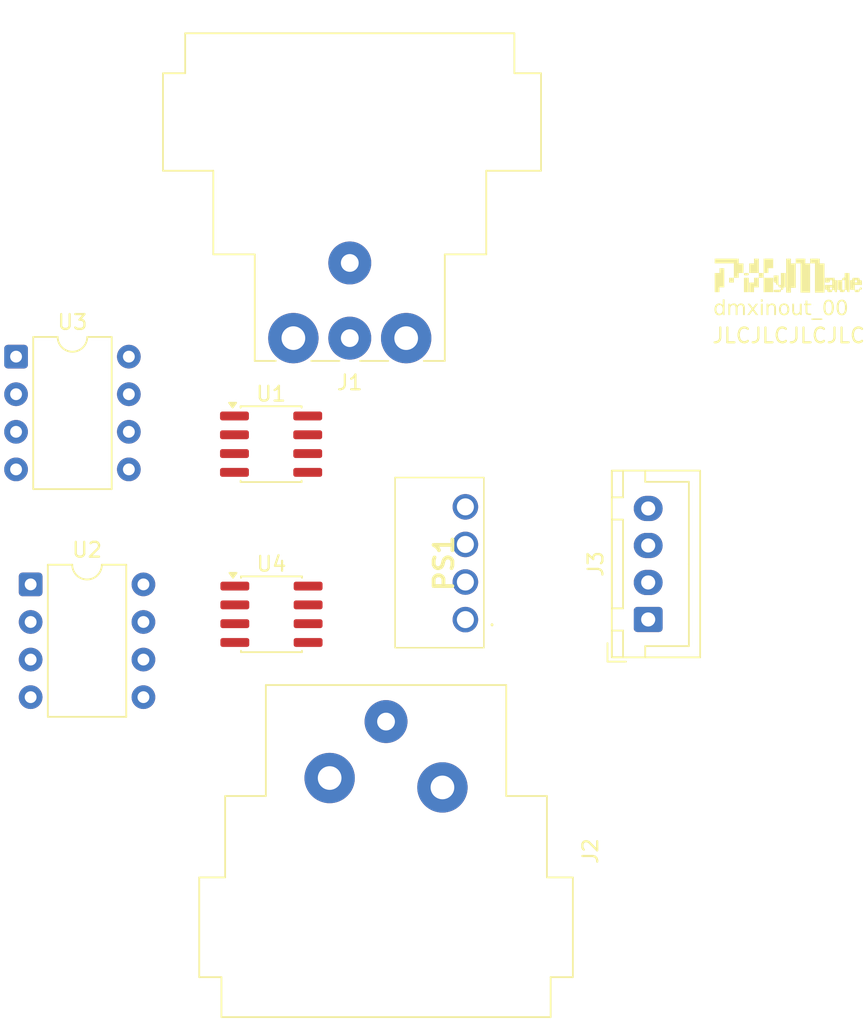
<source format=kicad_pcb>
(kicad_pcb (version 20241229) (generator "pcbnew") (generator_version "9.0")
  (layers (0 "F.Cu" signal) (2 "B.Cu" signal) (13 "F.Paste" user) (15 "B.Paste" user) (5 "F.SilkS" user "F.Silkscreen") (7 "B.SilkS" user "B.Silkscreen") (1 "F.Mask" user) (3 "B.Mask" user) (25 "Edge.Cuts" user))
  (net 0 "")
  (net 1 "Earth")
  (net 2 "IN_DATAMINUS")
  (net 3 "IN_DATAPLUS")
  (net 4 "OUT_DATAPLUS")
  (net 5 "OUT_DATAMINUS")
  (net 6 "MCU_DMX_IN")
  (net 7 "+5V_IN")
  (net 8 "MCU_DMX_OUT")
  (net 9 "GND_IN")
  (net 10 "+5V")
  (net 11 "GND")
  (net 12 "IN_DATATTL")
  (net 14 "Net-(U2-C)")
  (net 17 "Net-(U3-C)")
  (footprint "Connector_JST:JST_XH_B4B-XH-A_1x04_P2.50mm_Vertical" (layer "F.Cu") (at 186.85 73.2 90)
    (property "Reference" "J3" (at 3.75 -3.550001 90) (layer "F.SilkS"))
    (property "Value" "Conn_01x04")
    (fp_line (start -1.6 -2.75) (end -2.85 -2.75) (stroke (width 0.12)) (layer "F.SilkS"))
    (fp_line (start -2.85 -2.75) (end -2.85 -1.5) (stroke (width 0.12)) (layer "F.SilkS"))
    (fp_line (start 10.05 -0.2) (end 9.3 -0.199999) (stroke (width 0.12)) (layer "F.SilkS"))
    (fp_line (start -1.8 -0.2) (end -1.8 2.75) (stroke (width 0.12)) (layer "F.SilkS"))
    (fp_line (start -2.55 -0.2) (end -1.8 -0.2) (stroke (width 0.12)) (layer "F.SilkS"))
    (fp_line (start 9.3 -0.199999) (end 9.3 2.75) (stroke (width 0.12)) (layer "F.SilkS"))
    (fp_line (start 9.3 2.75) (end 3.75 2.75) (stroke (width 0.12)) (layer "F.SilkS"))
    (fp_line (start -1.8 2.75) (end 3.75 2.75) (stroke (width 0.12)) (layer "F.SilkS"))
    (fp_poly (pts (xy -2.56 -2.46) (xy 10.06 -2.46) (xy 10.06 3.51) (xy -2.56 3.51)) (stroke (width 0.12)) (fill no) (layer "F.SilkS"))
    (fp_poly (pts (xy 8.25 -2.450001) (xy 10.05 -2.45) (xy 10.05 -1.7) (xy 8.249999 -1.7)) (stroke (width 0.12)) (fill no) (layer "F.SilkS"))
    (fp_poly (pts (xy 0.75 -2.450001) (xy 6.75 -2.45) (xy 6.75 -1.7) (xy 0.750001 -1.7)) (stroke (width 0.12)) (fill no) (layer "F.SilkS"))
    (fp_poly (pts (xy -2.55 -2.45) (xy -0.75 -2.450001) (xy -0.750001 -1.7) (xy -2.55 -1.7)) (stroke (width 0.12)) (fill no) (layer "F.SilkS"))
    (pad "1" thru_hole roundrect (at 0 0 90) (size 1.7 1.95) (drill 0.95) (layers "*.Cu" "*.Mask") (roundrect_rratio 0.147059) (net 9 "GND_IN"))
    (pad "2" thru_hole oval (at 2.5 0 90) (size 1.7 1.95) (drill 0.95) (layers "*.Cu" "*.Mask") (net 7 "+5V_IN"))
    (pad "3" thru_hole oval (at 5 0 90) (size 1.7 1.95) (drill 0.95) (layers "*.Cu" "*.Mask") (net 6 "MCU_DMX_IN"))
    (pad "4" thru_hole oval (at 7.5 0 90) (size 1.7 1.95) (drill 0.95) (layers "*.Cu" "*.Mask") (net 8 "MCU_DMX_OUT"))
  )
  (footprint "Package_DIP:DIP-8_W7.62mm" (layer "F.Cu") (at 144.145 55.44)
    (property "Reference" "U3" (at 3.81 -2.33 0) (layer "F.SilkS"))
    (property "Value" "6N137")
    (fp_line (start 1.16 -1.33) (end 1.16 8.95) (stroke (width 0.12)) (layer "F.SilkS"))
    (fp_line (start 1.16 8.95) (end 6.46 8.95) (stroke (width 0.12)) (layer "F.SilkS"))
    (fp_line (start 2.81 -1.33) (end 1.16 -1.33) (stroke (width 0.12)) (layer "F.SilkS"))
    (fp_line (start 6.46 -1.33) (end 4.81 -1.33) (stroke (width 0.12)) (layer "F.SilkS"))
    (fp_line (start 6.46 8.95) (end 6.46 -1.33) (stroke (width 0.12)) (layer "F.SilkS"))
    (fp_arc (start 4.81 -1.33) (mid 3.81 -0.33) (end 2.81 -1.33) (stroke (width 0.12)) (layer "F.SilkS"))
    (pad "1" thru_hole roundrect (at 0 0) (size 1.6 1.6) (drill 0.8) (layers "*.Cu" "*.Mask") (roundrect_rratio 0.15625))
    (pad "2" thru_hole circle (at 0 2.54) (size 1.6 1.6) (drill 0.8) (layers "*.Cu" "*.Mask") (net 7 "+5V_IN"))
    (pad "3" thru_hole circle (at 0 5.08) (size 1.6 1.6) (drill 0.8) (layers "*.Cu" "*.Mask") (net 17 "Net-(U3-C)"))
    (pad "4" thru_hole circle (at 0 7.62) (size 1.6 1.6) (drill 0.8) (layers "*.Cu" "*.Mask"))
    (pad "5" thru_hole circle (at 7.62 7.62) (size 1.6 1.6) (drill 0.8) (layers "*.Cu" "*.Mask") (net 11 "GND"))
    (pad "6" thru_hole circle (at 7.62 5.08) (size 1.6 1.6) (drill 0.8) (layers "*.Cu" "*.Mask") (net 12 "IN_DATATTL"))
    (pad "7" thru_hole circle (at 7.62 2.54) (size 1.6 1.6) (drill 0.8) (layers "*.Cu" "*.Mask") (net 10 "+5V"))
    (pad "8" thru_hole circle (at 7.62 0) (size 1.6 1.6) (drill 0.8) (layers "*.Cu" "*.Mask") (net 10 "+5V"))
  )
  (footprint "SamacSys:RFM0505S" (layer "F.Cu") (at 174.5 73.21 90)
    (property "Reference" "PS1" (at 3.81 -1.45 90) (layer "F.SilkS") (effects (font (size 1.27 1.27) (thickness 0.254))))
    (property "Value" "RFM-0505S" (hide yes))
    (fp_line (start 9.6 -4.75) (end 9.6 1.25) (stroke (width 0.1)) (layer "F.SilkS"))
    (fp_line (start -1.9 -4.75) (end 9.6 -4.75) (stroke (width 0.1)) (layer "F.SilkS"))
    (fp_line (start 9.6 1.25) (end -1.9 1.25) (stroke (width 0.1)) (layer "F.SilkS"))
    (fp_line (start -1.9 1.25) (end -1.9 -4.75) (stroke (width 0.1)) (layer "F.SilkS"))
    (fp_line (start -0.3 1.8) (end -0.3 1.8) (stroke (width 0.1)) (layer "F.SilkS"))
    (fp_line (start -0.4 1.8) (end -0.4 1.8) (stroke (width 0.1)) (layer "F.SilkS"))
    (fp_arc (start -0.3 1.8) (mid -0.35 1.85) (end -0.4 1.8) (stroke (width 0.1)) (layer "F.SilkS"))
    (fp_arc (start -0.4 1.8) (mid -0.35 1.75) (end -0.3 1.8) (stroke (width 0.1)) (layer "F.SilkS"))
    (pad "1" thru_hole circle (at 0 0 90) (size 1.725 1.725) (drill 1.15) (layers "*.Cu" "*.Mask") (net 9 "GND_IN"))
    (pad "2" thru_hole circle (at 2.54 0 90) (size 1.725 1.725) (drill 1.15) (layers "*.Cu" "*.Mask") (net 7 "+5V_IN"))
    (pad "3" thru_hole circle (at 5.08 0 90) (size 1.725 1.725) (drill 1.15) (layers "*.Cu" "*.Mask") (net 11 "GND"))
    (pad "4" thru_hole circle (at 7.62 0 90) (size 1.725 1.725) (drill 1.15) (layers "*.Cu" "*.Mask") (net 10 "+5V"))
  )
  (footprint "Package_SO:SOIC-8_3.9x4.9mm_P1.27mm" (layer "F.Cu") (at 161.375 61.355)
    (property "Reference" "U1" (at 0 -3.4 0) (layer "F.SilkS"))
    (property "Value" "SN75176AD")
    (fp_line (start -2.06 -2.56) (end 2.06 -2.56) (stroke (width 0.12)) (layer "F.SilkS"))
    (fp_line (start -2.06 -2.465) (end -2.06 -2.56) (stroke (width 0.12)) (layer "F.SilkS"))
    (fp_line (start -2.06 2.56) (end -2.06 2.465) (stroke (width 0.12)) (layer "F.SilkS"))
    (fp_line (start 2.06 -2.56) (end 2.06 -2.465) (stroke (width 0.12)) (layer "F.SilkS"))
    (fp_line (start 2.06 2.465) (end 2.06 2.56) (stroke (width 0.12)) (layer "F.SilkS"))
    (fp_line (start 2.06 2.56) (end -2.06 2.56) (stroke (width 0.12)) (layer "F.SilkS"))
    (fp_poly (pts (xy -2.6 -2.47) (xy -2.84 -2.8) (xy -2.36 -2.8)) (stroke (width 0.12)) (fill yes) (layer "F.SilkS"))
    (pad "1" smd roundrect (at -2.475 -1.905) (size 1.95 0.6) (layers "F.Cu" "F.Mask" "F.Paste") (net 12 "IN_DATATTL"))
    (pad "2" smd roundrect (at -2.475 -0.635) (size 1.95 0.6) (layers "F.Cu" "F.Mask" "F.Paste") (net 11 "GND"))
    (pad "3" smd roundrect (at -2.475 0.635) (size 1.95 0.6) (layers "F.Cu" "F.Mask" "F.Paste") (net 11 "GND"))
    (pad "4" smd roundrect (at -2.475 1.905) (size 1.95 0.6) (layers "F.Cu" "F.Mask" "F.Paste") (net 11 "GND"))
    (pad "5" smd roundrect (at 2.475 1.905) (size 1.95 0.6) (layers "F.Cu" "F.Mask" "F.Paste") (net 11 "GND"))
    (pad "6" smd roundrect (at 2.475 0.635) (size 1.95 0.6) (layers "F.Cu" "F.Mask" "F.Paste") (net 3 "IN_DATAPLUS"))
    (pad "7" smd roundrect (at 2.475 -0.635) (size 1.95 0.6) (layers "F.Cu" "F.Mask" "F.Paste") (net 2 "IN_DATAMINUS"))
    (pad "8" smd roundrect (at 2.475 -1.905) (size 1.95 0.6) (layers "F.Cu" "F.Mask" "F.Paste") (net 10 "+5V"))
  )
  (footprint "Connector_Audio:Jack_XLR_Neutrik_NC3FAAH_Horizontal" (layer "F.Cu") (at 172.95 84.55 -90)
    (property "Reference" "J2" (at 4.3 -10 90) (layer "F.SilkS"))
    (property "Value" "NC3FAAH")
    (fp_line (start 6.08 16.43) (end 6.08 14.68) (stroke (width 0.12)) (layer "F.SilkS"))
    (fp_line (start 12.82 16.429999) (end 6.08 16.43) (stroke (width 0.12)) (layer "F.SilkS"))
    (fp_line (start 12.82 14.93) (end 12.82 16.429999) (stroke (width 0.12)) (layer "F.SilkS"))
    (fp_line (start 12.82 14.93) (end 15.52 14.93) (stroke (width 0.12)) (layer "F.SilkS"))
    (fp_line (start 6.08 14.68) (end 0.579999 14.68) (stroke (width 0.12)) (layer "F.SilkS"))
    (fp_line (start 0.58 11.93) (end 0.579999 14.68) (stroke (width 0.12)) (layer "F.SilkS"))
    (fp_line (start 0.58 11.93) (end -6.92 11.93) (stroke (width 0.12)) (layer "F.SilkS"))
    (fp_line (start -6.92 -4.31) (end -6.92 11.93) (stroke (width 0.12)) (layer "F.SilkS"))
    (fp_line (start 0.58 -4.31) (end -6.92 -4.31) (stroke (width 0.12)) (layer "F.SilkS"))
    (fp_line (start 0.58 -7.06) (end 0.58 -4.31) (stroke (width 0.12)) (layer "F.SilkS"))
    (fp_line (start 6.08 -7.06) (end 0.58 -7.06) (stroke (width 0.12)) (layer "F.SilkS"))
    (fp_line (start 6.08 -7.06) (end 6.08 -8.81) (stroke (width 0.12)) (layer "F.SilkS"))
    (fp_line (start 15.52 -7.31) (end 15.52 14.93) (stroke (width 0.12)) (layer "F.SilkS"))
    (fp_line (start 12.82 -7.310001) (end 15.52 -7.31) (stroke (width 0.12)) (layer "F.SilkS"))
    (fp_line (start 12.82 -8.81) (end 12.82 -7.310001) (stroke (width 0.12)) (layer "F.SilkS"))
    (fp_line (start 12.82 -8.81) (end 6.08 -8.81) (stroke (width 0.12)) (layer "F.SilkS"))
    (pad "" np_thru_hole circle (at 3.81 7.62 270) (size 1.6 1.6) (drill 1.6) (layers "*.Cu" "*.Mask"))
    (pad "" np_thru_hole circle (at 8.89 0 270) (size 1.6 1.6) (drill 1.6) (layers "*.Cu" "*.Mask"))
    (pad "1" thru_hole circle (at 0 0 270) (size 3.4 3.4) (drill 1.6) (layers "*.Cu" "*.Mask") (net 1 "Earth"))
    (pad "2" thru_hole circle (at -0.635 7.62 270) (size 3.4 3.4) (drill 1.6) (layers "*.Cu" "*.Mask") (net 4 "OUT_DATAPLUS"))
    (pad "3" thru_hole circle (at -4.45 3.81 270) (size 2.9 2.9) (drill 1.2) (layers "*.Cu" "*.Mask") (net 5 "OUT_DATAMINUS"))
  )
  (footprint "homemade_footprints:pxm_testlogo_v1" (layer "F.Cu") (at 196.3 49.95)
    (property "Reference" "G***" (hide yes))
    (property "Value" "LOGO" (hide yes))
    (fp_poly (pts (xy -2.656632 0.647959) (xy -2.656632 1.133928) (xy -2.818622 1.133929) (xy -2.980612 1.133929) (xy -2.980612 0.647959) (xy -2.980612 0.16199) (xy -2.818622 0.16199) (xy -2.656632 0.16199)) (fill yes) (layer "F.SilkS"))
    (fp_poly (pts (xy -1.004337 0.647959) (xy -1.004337 1.133928) (xy -1.328316 1.133929) (xy -1.652296 1.133929) (xy -1.652296 0.647959) (xy -1.652296 0.16199) (xy -1.328316 0.16199) (xy -1.004337 0.16199)) (fill yes) (layer "F.SilkS"))
    (fp_poly (pts (xy -4.308928 0.16199) (xy -4.308928 0.809949) (xy -4.470918 0.809949) (xy -4.632908 0.809949) (xy -4.632908 0.971939) (xy -4.632908 1.133929) (xy -4.794898 1.133929) (xy -4.956888 1.133929) (xy -4.956888 0.485969) (xy -4.956888 -0.16199) (xy -4.794898 -0.16199) (xy -4.632908 -0.16199) (xy -4.632908 -0.32398) (xy -4.632908 -0.485969) (xy -4.470917 -0.485969) (xy -4.308928 -0.485969)) (fill yes) (layer "F.SilkS"))
    (fp_poly (pts (xy -2.722483 -0.159364) (xy -2.674521 -0.145962) (xy -2.658167 -0.113501) (xy -2.656632 -0.080996) (xy -2.661884 -0.032925) (xy -2.688688 -0.008944) (xy -2.753612 -0.000767) (xy -2.818622 0) (xy -2.914762 -0.002626) (xy -2.962723 -0.016028) (xy -2.979078 -0.04849) (xy -2.980612 -0.080995) (xy -2.97536 -0.129065) (xy -2.948557 -0.153045) (xy -2.883633 -0.161222) (xy -2.818622 -0.16199)) (fill yes) (layer "F.SilkS"))
    (fp_poly (pts (xy -3.33699 -0.971939) (xy -3.33699 -0.809949) (xy -3.175 -0.809948) (xy -3.01301 -0.809949) (xy -3.01301 -0.485969) (xy -3.01301 -0.16199) (xy -3.175 -0.16199) (xy -3.33699 -0.16199) (xy -3.33699 0) (xy -3.33699 0.16199) (xy -3.498979 0.16199) (xy -3.660969 0.16199) (xy -3.660969 0.323979) (xy -3.660969 0.485969) (xy -3.822959 0.485969) (xy -3.984948 0.485969) (xy -3.984949 0.32398) (xy -3.984949 0.16199) (xy -3.822959 0.16199) (xy -3.660969 0.16199) (xy -3.660969 -0.323979) (xy -3.660969 -0.809948) (xy -4.308928 -0.809949) (xy -4.956889 -0.809949) (xy -4.956888 -0.971939) (xy -4.956888 -1.133929) (xy -4.146939 -1.133929) (xy -3.33699 -1.133929)) (fill yes) (layer "F.SilkS"))
    (fp_poly (pts (xy -1.976275 -0.647959) (xy -1.976275 -0.16199) (xy -1.814285 -0.16199) (xy -1.652296 -0.16199) (xy -1.652296 -0.647959) (xy -1.652296 -1.133929) (xy -1.328316 -1.133929) (xy -1.004337 -1.133928) (xy -1.004337 -0.809949) (xy -1.004337 -0.485968) (xy -1.166326 -0.485969) (xy -1.328316 -0.485969) (xy -1.328316 -0.32398) (xy -1.328316 -0.16199) (xy -1.490306 -0.16199) (xy -1.652296 -0.16199) (xy -1.652296 0) (xy -1.652296 0.16199) (xy -1.814285 0.16199) (xy -1.976275 0.16199) (xy -1.976274 0.485969) (xy -1.976275 0.809949) (xy -2.138265 0.809949) (xy -2.300254 0.809949) (xy -2.300255 0.971939) (xy -2.300255 1.133929) (xy -2.462245 1.133929) (xy -2.624234 1.133929) (xy -2.624234 0.809949) (xy -2.624234 0.485969) (xy -2.462245 0.485969) (xy -2.300255 0.485969) (xy -2.300254 0.32398) (xy -2.300255 0.16199) (xy -2.138265 0.16199) (xy -1.976275 0.16199) (xy -1.976274 0) (xy -1.976275 -0.16199) (xy -2.300255 -0.16199) (xy -2.624234 -0.16199) (xy -2.624234 -0.485969) (xy -2.624234 -0.809949) (xy -2.462246 -0.809949) (xy -2.300254 -0.809949) (xy -2.300255 -0.971939) (xy -2.300255 -1.133929) (xy -2.138265 -1.133929) (xy -1.976275 -1.133928)) (fill yes) (layer "F.SilkS"))
    (fp_poly (pts (xy 0.194388 -0.971939) (xy 0.194389 -0.809949) (xy 0.356378 -0.809949) (xy 0.518368 -0.809949) (xy 0.518368 -0.971939) (xy 0.518368 -1.133928) (xy 0.842347 -1.133929) (xy 1.166327 -1.133929) (xy 1.166327 -0.971939) (xy 1.166327 -0.809949) (xy 1.328317 -0.809948) (xy 1.490306 -0.809949) (xy 1.490306 -0.971939) (xy 1.490306 -1.133928) (xy 1.814286 -1.133929) (xy 2.138266 -1.133928) (xy 2.138266 -0.971939) (xy 2.138266 -0.809949) (xy 2.300254 -0.809949) (xy 2.462246 -0.809949) (xy 2.462245 0.178189) (xy 2.462245 1.166327) (xy 2.138266 1.166327) (xy 1.814286 1.166327) (xy 1.814286 0.178189) (xy 1.814286 -0.809948) (xy 1.652296 -0.809949) (xy 1.490306 -0.809949) (xy 1.490306 0.178189) (xy 1.490306 1.166327) (xy 1.166327 1.166327) (xy 0.842347 1.166327) (xy 0.842347 0.178189) (xy 0.842347 -0.809949) (xy 0.680357 -0.809948) (xy 0.518368 -0.809949) (xy 0.518368 0.016199) (xy 0.518368 0.842347) (xy 0.356378 0.842347) (xy 0.194388 0.842347) (xy 0.194389 1.004337) (xy 0.194388 1.166327) (xy 0.032398 1.166327) (xy -0.129592 1.166327) (xy -0.129592 0.016199) (xy -0.129591 -1.133929) (xy 0.032398 -1.133929) (xy 0.194388 -1.133929)) (fill yes) (layer "F.SilkS"))
    (fp_poly (pts (xy 4.146939 0.485969) (xy 4.146939 1.133929) (xy 4.065944 1.133928) (xy 4.00429 1.120547) (xy 3.985291 1.06786) (xy 3.984949 1.052934) (xy 3.971568 0.99128) (xy 3.91888 0.972281) (xy 3.903954 0.971939) (xy 3.842302 0.98532) (xy 3.823302 1.038008) (xy 3.822959 1.052934) (xy 3.817707 1.101003) (xy 3.790904 1.124984) (xy 3.72598 1.133161) (xy 3.66097 1.133929) (xy 3.564829 1.131303) (xy 3.516869 1.1179) (xy 3.500514 1.085439) (xy 3.49898 1.052934) (xy 3.485599 0.99128) (xy 3.432911 0.972281) (xy 3.417985 0.971939) (xy 3.33699 0.971939) (xy 3.33699 0.647959) (xy 3.33699 0.32398) (xy 3.49898 0.32398) (xy 3.66097 0.32398) (xy 3.66097 0.647959) (xy 3.66097 0.971939) (xy 3.741965 0.971939) (xy 3.822959 0.971939) (xy 3.822959 0.647959) (xy 3.822959 0.32398) (xy 3.741965 0.32398) (xy 3.66097 0.32398) (xy 3.49898 0.32398) (xy 3.595119 0.321355) (xy 3.643081 0.307952) (xy 3.659435 0.27549) (xy 3.66097 0.242985) (xy 3.674351 0.181331) (xy 3.727038 0.162332) (xy 3.741965 0.16199) (xy 3.790034 0.156738) (xy 3.814015 0.129935) (xy 3.822192 0.06501) (xy 3.822959 0) (xy 3.822959 -0.16199) (xy 3.984949 -0.16199) (xy 4.146939 -0.16199)) (fill yes) (layer "F.SilkS"))
    (fp_poly (pts (xy -0.16199 0.32398) (xy -0.16199 0.809949) (xy -0.242984 0.809949) (xy -0.304638 0.82333) (xy -0.323637 0.876018) (xy -0.323979 0.890944) (xy -0.337361 0.952598) (xy -0.390048 0.971597) (xy -0.404974 0.971939) (xy -0.466628 0.98532) (xy -0.485628 1.038008) (xy -0.485969 1.052934) (xy -0.488998 1.094131) (xy -0.507181 1.118279) (xy -0.554169 1.12993) (xy -0.643609 1.133631) (xy -0.728954 1.133929) (xy -0.852546 1.132919) (xy -0.924993 1.126858) (xy -0.959943 1.111195) (xy -0.971045 1.081382) (xy -0.971939 1.052934) (xy -0.96891 1.011736) (xy -0.950727 0.987587) (xy -0.903739 0.975937) (xy -0.814298 0.972237) (xy -0.728954 0.971939) (xy -0.605362 0.970929) (xy -0.532915 0.964868) (xy -0.497964 0.949206) (xy -0.486862 0.919392) (xy -0.485969 0.890945) (xy -0.49935 0.82929) (xy -0.552038 0.810291) (xy -0.566965 0.809949) (xy -0.628618 0.796569) (xy -0.647617 0.74388) (xy -0.647959 0.728954) (xy -0.66134 0.667299) (xy -0.714028 0.648301) (xy -0.728954 0.647959) (xy -0.790608 0.634578) (xy -0.809607 0.58189) (xy -0.809949 0.566965) (xy -0.82333 0.505311) (xy -0.876018 0.486311) (xy -0.890945 0.485969) (xy -0.932141 0.482941) (xy -0.956291 0.464758) (xy -0.96794 0.41777) (xy -0.971641 0.328329) (xy -0.971939 0.242985) (xy -0.971939 0) (xy -0.809948 0) (xy -0.647959 0) (xy -0.647959 0.32398) (xy -0.647959 0.647959) (xy -0.566964 0.647959) (xy -0.485969 0.647959) (xy -0.485969 0.242985) (xy -0.485969 -0.16199) (xy -0.323979 -0.16199) (xy -0.16199 -0.16199)) (fill yes) (layer "F.SilkS"))
    (fp_poly (pts (xy 3.142602 0.242985) (xy 3.155983 0.304639) (xy 3.208671 0.323639) (xy 3.223597 0.32398) (xy 3.304592 0.32398) (xy 3.304592 0.728954) (xy 3.304592 1.133928) (xy 3.223597 1.133929) (xy 3.161943 1.120547) (xy 3.142944 1.06786) (xy 3.142602 1.052934) (xy 3.129221 0.99128) (xy 3.076533 0.972281) (xy 3.061607 0.971939) (xy 2.999954 0.98532) (xy 2.980955 1.038008) (xy 2.980612 1.052934) (xy 2.97536 1.101003) (xy 2.948557 1.124984) (xy 2.883633 1.133161) (xy 2.818623 1.133928) (xy 2.722483 1.131303) (xy 2.674522 1.117901) (xy 2.658167 1.085439) (xy 2.656633 1.052934) (xy 2.643252 0.99128) (xy 2.590564 0.972281) (xy 2.575638 0.971939) (xy 2.527568 0.966686) (xy 2.503587 0.939884) (xy 2.497423 0.890944) (xy 2.818623 0.890944) (xy 2.832004 0.952598) (xy 2.884691 0.971597) (xy 2.899618 0.971939) (xy 2.961271 0.958558) (xy 2.98027 0.90587) (xy 2.980612 0.890945) (xy 2.967231 0.82929) (xy 2.914544 0.810291) (xy 2.899618 0.809949) (xy 2.837964 0.82333) (xy 2.818965 0.876018) (xy 2.818623 0.890944) (xy 2.497423 0.890944) (xy 2.49541 0.874959) (xy 2.494643 0.809948) (xy 2.494643 0.647959) (xy 2.737628 0.647959) (xy 2.980612 0.647959) (xy 2.980612 0.485969) (xy 2.977987 0.38983) (xy 2.964585 0.341868) (xy 2.932123 0.325514) (xy 2.899618 0.32398) (xy 2.837964 0.337361) (xy 2.818965 0.390048) (xy 2.818623 0.404975) (xy 2.813371 0.453044) (xy 2.786569 0.477025) (xy 2.721643 0.485202) (xy 2.656633 0.485969) (xy 2.494643 0.485969) (xy 2.494643 0.323979) (xy 2.494643 0.16199) (xy 2.818623 0.16199) (xy 3.142602 0.16199)) (fill yes) (layer "F.SilkS"))
    (fp_poly (pts (xy 4.707904 0.162999) (xy 4.780351 0.16906) (xy 4.815301 0.184723) (xy 4.826403 0.214537) (xy 4.827296 0.242985) (xy 4.840677 0.304638) (xy 4.893365 0.323638) (xy 4.908291 0.32398) (xy 4.956361 0.329232) (xy 4.980342 0.356035) (xy 4.98852 0.420959) (xy 4.989286 0.485969) (xy 4.989286 0.647959) (xy 4.746301 0.647959) (xy 4.503317 0.647959) (xy 4.503317 0.809948) (xy 4.503317 0.971939) (xy 4.665306 0.971939) (xy 4.761446 0.969313) (xy 4.809407 0.955911) (xy 4.825762 0.923449) (xy 4.827296 0.890944) (xy 4.840677 0.82929) (xy 4.893365 0.810291) (xy 4.908291 0.809949) (xy 4.969945 0.82333) (xy 4.988944 0.876018) (xy 4.989286 0.890945) (xy 4.975905 0.952598) (xy 4.923217 0.971597) (xy 4.908291 0.971939) (xy 4.846636 0.98532) (xy 4.827638 1.038008) (xy 4.827296 1.052934) (xy 4.822044 1.101003) (xy 4.795241 1.124984) (xy 4.730317 1.133161) (xy 4.665306 1.133928) (xy 4.569167 1.131303) (xy 4.521205 1.117901) (xy 4.504851 1.085439) (xy 4.503317 1.052934) (xy 4.498065 1.004864) (xy 4.471261 0.980883) (xy 4.406337 0.972706) (xy 4.341327 0.971939) (xy 4.179337 0.971939) (xy 4.179337 0.647959) (xy 4.179337 0.404975) (xy 4.503317 0.404976) (xy 4.516698 0.466628) (xy 4.569385 0.485627) (xy 4.58431 0.485969) (xy 4.645965 0.472588) (xy 4.664964 0.419901) (xy 4.665306 0.404975) (xy 4.651925 0.343321) (xy 4.599238 0.324322) (xy 4.584311 0.32398) (xy 4.522658 0.337361) (xy 4.503659 0.390048) (xy 4.503317 0.404976) (xy 4.179337 0.404975) (xy 4.179337 0.32398) (xy 4.260332 0.32398) (xy 4.321987 0.310598) (xy 4.340985 0.257912) (xy 4.341327 0.242985) (xy 4.344355 0.201787) (xy 4.362539 0.177638) (xy 4.409526 0.165988) (xy 4.498967 0.162288) (xy 4.584311 0.16199)) (fill yes) (layer "F.SilkS"))
  )
  (footprint "Package_DIP:DIP-8_W7.62mm" (layer "F.Cu") (at 145.13 70.83)
    (property "Reference" "U2" (at 3.81 -2.33 0) (layer "F.SilkS"))
    (property "Value" "6N137")
    (fp_line (start 1.16 -1.33) (end 1.16 8.95) (stroke (width 0.12)) (layer "F.SilkS"))
    (fp_line (start 1.16 8.95) (end 6.46 8.95) (stroke (width 0.12)) (layer "F.SilkS"))
    (fp_line (start 2.81 -1.33) (end 1.16 -1.33) (stroke (width 0.12)) (layer "F.SilkS"))
    (fp_line (start 6.46 -1.33) (end 4.81 -1.33) (stroke (width 0.12)) (layer "F.SilkS"))
    (fp_line (start 6.46 8.95) (end 6.46 -1.33) (stroke (width 0.12)) (layer "F.SilkS"))
    (fp_arc (start 4.81 -1.33) (mid 3.81 -0.33) (end 2.81 -1.33) (stroke (width 0.12)) (layer "F.SilkS"))
    (pad "1" thru_hole roundrect (at 0 0) (size 1.6 1.6) (drill 0.8) (layers "*.Cu" "*.Mask") (roundrect_rratio 0.15625))
    (pad "2" thru_hole circle (at 0 2.54) (size 1.6 1.6) (drill 0.8) (layers "*.Cu" "*.Mask") (net 10 "+5V"))
    (pad "3" thru_hole circle (at 0 5.08) (size 1.6 1.6) (drill 0.8) (layers "*.Cu" "*.Mask") (net 14 "Net-(U2-C)"))
    (pad "4" thru_hole circle (at 0 7.62) (size 1.6 1.6) (drill 0.8) (layers "*.Cu" "*.Mask"))
    (pad "5" thru_hole circle (at 7.62 7.62) (size 1.6 1.6) (drill 0.8) (layers "*.Cu" "*.Mask") (net 9 "GND_IN"))
    (pad "6" thru_hole circle (at 7.62 5.08) (size 1.6 1.6) (drill 0.8) (layers "*.Cu" "*.Mask") (net 6 "MCU_DMX_IN"))
    (pad "7" thru_hole circle (at 7.62 2.54) (size 1.6 1.6) (drill 0.8) (layers "*.Cu" "*.Mask") (net 7 "+5V_IN"))
    (pad "8" thru_hole circle (at 7.62 0) (size 1.6 1.6) (drill 0.8) (layers "*.Cu" "*.Mask") (net 7 "+5V_IN"))
  )
  (footprint "Connector_Audio:Jack_XLR_Neutrik_NC3MAAH_Horizontal" (layer "F.Cu") (at 170.5 54.19 180)
    (property "Reference" "J1" (at 3.81 -3 0) (layer "F.SilkS"))
    (property "Value" "NC3MAAH")
    (fp_line (start 16.43 17.9) (end 16.43 11.31) (stroke (width 0.12)) (layer "F.SilkS"))
    (fp_line (start 16.43 17.9) (end 14.93 17.9) (stroke (width 0.12)) (layer "F.SilkS"))
    (fp_line (start 14.93 20.6) (end -7.31 20.6) (stroke (width 0.12)) (layer "F.SilkS"))
    (fp_line (start 14.93 17.9) (end 14.93 20.6) (stroke (width 0.12)) (layer "F.SilkS"))
    (fp_line (start 13.03 11.31) (end 16.43 11.31) (stroke (width 0.12)) (layer "F.SilkS"))
    (fp_line (start 13.03 11.31) (end 13.03 5.66) (stroke (width 0.12)) (layer "F.SilkS"))
    (fp_line (start 10.23 5.66) (end 13.03 5.66) (stroke (width 0.12)) (layer "F.SilkS"))
    (fp_line (start 10.23 5.66) (end 10.23 -1.54) (stroke (width 0.12)) (layer "F.SilkS"))
    (fp_line (start 10.23 -1.54) (end 8.81 -1.54) (stroke (width 0.12)) (layer "F.SilkS"))
    (fp_line (start 4.51 -1.54) (end 6.41 -1.54) (stroke (width 0.12)) (layer "F.SilkS"))
    (fp_line (start 3.110001 -1.54) (end 1.21 -1.54) (stroke (width 0.12)) (layer "F.SilkS"))
    (fp_line (start -1.190001 -1.54) (end -2.61 -1.54) (stroke (width 0.12)) (layer "F.SilkS"))
    (fp_line (start -2.61 5.66) (end -2.61 -1.54) (stroke (width 0.12)) (layer "F.SilkS"))
    (fp_line (start -2.61 5.66) (end -5.41 5.66) (stroke (width 0.12)) (layer "F.SilkS"))
    (fp_line (start -5.41 11.31) (end -5.41 5.66) (stroke (width 0.12)) (layer "F.SilkS"))
    (fp_line (start -7.31 17.9) (end -7.31 20.6) (stroke (width 0.12)) (layer "F.SilkS"))
    (fp_line (start -7.31 17.9) (end -9.11 17.9) (stroke (width 0.12)) (layer "F.SilkS"))
    (fp_line (start -9.11 17.9) (end -9.11 11.31) (stroke (width 0.12)) (layer "F.SilkS"))
    (fp_line (start -9.11 11.31) (end -5.41 11.31) (stroke (width 0.12)) (layer "F.SilkS"))
    (pad "" np_thru_hole circle (at 0 8.89 180) (size 1.6 1.6) (drill 1.6) (layers "*.Cu" "*.Mask"))
    (pad "" np_thru_hole circle (at 7.62 13.97 180) (size 1.6 1.6) (drill 1.6) (layers "*.Cu" "*.Mask"))
    (pad "1" thru_hole circle (at 0 0 180) (size 3.4 3.4) (drill 1.6) (layers "*.Cu" "*.Mask") (net 1 "Earth"))
    (pad "2" thru_hole circle (at 7.62 0 180) (size 3.4 3.4) (drill 1.6) (layers "*.Cu" "*.Mask") (net 3 "IN_DATAPLUS"))
    (pad "3" thru_hole circle (at 3.81 0 180) (size 2.9 2.9) (drill 1.2) (layers "*.Cu" "*.Mask") (net 2 "IN_DATAMINUS"))
    (pad "G" thru_hole circle (at 3.81 5.08 180) (size 2.9 2.9) (drill 1.2) (layers "*.Cu" "*.Mask") (net 1 "Earth"))
  )
  (footprint "Package_SO:SOIC-8_3.9x4.9mm_P1.27mm" (layer "F.Cu") (at 161.4 72.85)
    (property "Reference" "U4" (at 0 -3.4 0) (layer "F.SilkS"))
    (property "Value" "SN75176AD")
    (fp_line (start -2.06 -2.56) (end 2.06 -2.56) (stroke (width 0.12)) (layer "F.SilkS"))
    (fp_line (start -2.06 -2.465) (end -2.06 -2.56) (stroke (width 0.12)) (layer "F.SilkS"))
    (fp_line (start -2.06 2.56) (end -2.06 2.465) (stroke (width 0.12)) (layer "F.SilkS"))
    (fp_line (start 2.06 -2.56) (end 2.06 -2.465) (stroke (width 0.12)) (layer "F.SilkS"))
    (fp_line (start 2.06 2.465) (end 2.06 2.56) (stroke (width 0.12)) (layer "F.SilkS"))
    (fp_line (start 2.06 2.56) (end -2.06 2.56) (stroke (width 0.12)) (layer "F.SilkS"))
    (fp_poly (pts (xy -2.6 -2.47) (xy -2.84 -2.8) (xy -2.36 -2.8)) (stroke (width 0.12)) (fill yes) (layer "F.SilkS"))
    (pad "1" smd roundrect (at -2.475 -1.905) (size 1.95 0.6) (layers "F.Cu" "F.Mask" "F.Paste") (net 11 "GND"))
    (pad "2" smd roundrect (at -2.475 -0.635) (size 1.95 0.6) (layers "F.Cu" "F.Mask" "F.Paste") (net 10 "+5V"))
    (pad "3" smd roundrect (at -2.475 0.635) (size 1.95 0.6) (layers "F.Cu" "F.Mask" "F.Paste") (net 10 "+5V"))
    (pad "4" smd roundrect (at -2.475 1.905) (size 1.95 0.6) (layers "F.Cu" "F.Mask" "F.Paste") (net 12 "IN_DATATTL"))
    (pad "5" smd roundrect (at 2.475 1.905) (size 1.95 0.6) (layers "F.Cu" "F.Mask" "F.Paste") (net 11 "GND"))
    (pad "6" smd roundrect (at 2.475 0.635) (size 1.95 0.6) (layers "F.Cu" "F.Mask" "F.Paste") (net 4 "OUT_DATAPLUS"))
    (pad "7" smd roundrect (at 2.475 -0.635) (size 1.95 0.6) (layers "F.Cu" "F.Mask" "F.Paste") (net 5 "OUT_DATAMINUS"))
    (pad "8" smd roundrect (at 2.475 -1.905) (size 1.95 0.6) (layers "F.Cu" "F.Mask" "F.Paste") (net 10 "+5V"))
  )
  (gr_text "dmxinout_00" (at 191.25 52.8 0) (layer "F.SilkS") (effects (font (size 1 1)) (justify left bottom)))
  (gr_text "JLCJLCJLCJLC" (at 191.1 54.6 0) (layer "F.SilkS") (effects (font (size 1 1)) (justify left bottom)))
)
</source>
